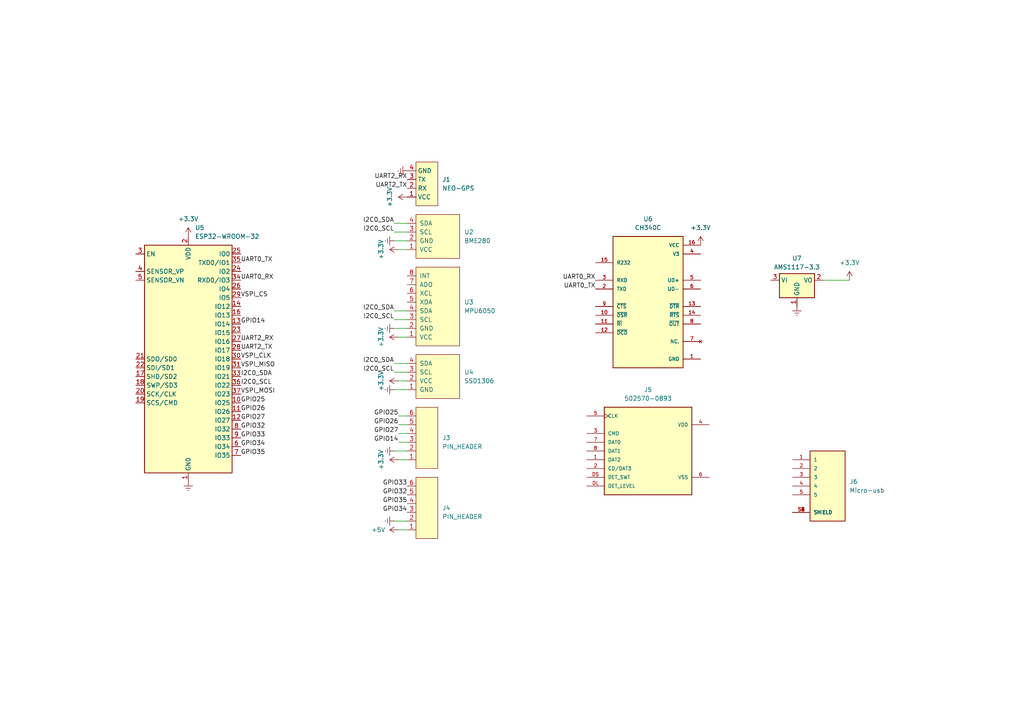
<source format=kicad_sch>
(kicad_sch (version 20230121) (generator eeschema)
  (paper "A4")
  (lib_symbols
    (symbol "New_Library:502570-0893" (pin_names (offset 1.016))
      (property "Reference" "J" (at -12.7238 13.4872 0))
      (property "Value" "502570-0893" (at -12.7135 -14.4934 0))
      (symbol "502570-0893_0_0"
        (rectangle (start -12.7 -12.7) (end 12.7 12.7) (stroke (width 0.254)) (fill (type background)))
        (pin bidirectional line (at -17.78 -2.54 0) (length 5.08) (name "DAT2") (number "1"))
        (pin bidirectional line (at -17.78 -5.08 0) (length 5.08) (name "CD/DAT3") (number "2"))
        (pin bidirectional line (at -17.78 5.08 0) (length 5.08) (name "CMD") (number "3"))
        (pin power_in line (at 17.78 7.62 180) (length 5.08) (name "VDD") (number "4"))
        (pin input clock (at -17.78 10.16 0) (length 5.08) (name "CLK") (number "5"))
        (pin power_in line (at 17.78 -7.62 180) (length 5.08) (name "VSS") (number "6"))
        (pin bidirectional line (at -17.78 2.54 0) (length 5.08) (name "DAT0") (number "7"))
        (pin bidirectional line (at -17.78 0 0) (length 5.08) (name "DAT1") (number "8"))
        (pin passive line (at -17.78 -10.16 0) (length 5.08) (name "DET_LEVEL") (number "DL"))
        (pin passive line (at -17.78 -7.62 0) (length 5.08) (name "DET_SWT") (number "DS"))
      )
    )
    (symbol "New_Library:BME280" (pin_names (offset 1.016))
      (property "Reference" "U" (at 0 -3.81 0))
      (property "Value" "BME280" (at 0 -1.27 0))
      (symbol "BME280_0_1"
        (rectangle (start -6.35 6.35) (end 6.35 -6.35) (fill (type background)))
      )
      (symbol "BME280_1_1"
        (pin input line (at -3.81 8.89 270) (length 2.54) (name "VCC") (number "1"))
        (pin input line (at -1.27 8.89 270) (length 2.54) (name "GND") (number "2"))
        (pin input line (at 1.27 8.89 270) (length 2.54) (name "SCL") (number "3"))
        (pin input line (at 3.81 8.89 270) (length 2.54) (name "SDA") (number "4"))
      )
    )
    (symbol "New_Library:CH340C" (pin_names (offset 1.016))
      (property "Reference" "U" (at -10.16 20.955 0))
      (property "Value" "CH340C" (at -10.16 -20.32 0))
      (symbol "CH340C_0_0"
        (rectangle (start -10.16 -17.78) (end 10.16 20.32) (stroke (width 0.254)) (fill (type background)))
        (pin power_in line (at 15.24 -15.24 180) (length 5.08) (name "GND") (number "1"))
        (pin input line (at -15.24 -2.54 0) (length 5.08) (name "~{DSR}") (number "10"))
        (pin input line (at -15.24 -5.08 0) (length 5.08) (name "~{RI}") (number "11"))
        (pin input line (at -15.24 -7.62 0) (length 5.08) (name "~{DCD}") (number "12"))
        (pin output line (at 15.24 0 180) (length 5.08) (name "~{DTR}") (number "13"))
        (pin output line (at 15.24 -2.54 180) (length 5.08) (name "~{RTS}") (number "14"))
        (pin input line (at -15.24 12.7 0) (length 5.08) (name "R232") (number "15"))
        (pin power_in line (at 15.24 17.78 180) (length 5.08) (name "VCC") (number "16"))
        (pin output line (at -15.24 5.08 0) (length 5.08) (name "TXD") (number "2"))
        (pin input line (at -15.24 7.62 0) (length 5.08) (name "RXD") (number "3"))
        (pin power_in line (at 15.24 15.24 180) (length 5.08) (name "V3") (number "4"))
        (pin bidirectional line (at 15.24 7.62 180) (length 5.08) (name "UD+") (number "5"))
        (pin bidirectional line (at 15.24 5.08 180) (length 5.08) (name "UD-") (number "6"))
        (pin no_connect line (at 15.24 -10.16 180) (length 5.08) (name "NC.") (number "7"))
        (pin output line (at 15.24 -5.08 180) (length 5.08) (name "~{OUT}") (number "8"))
        (pin input line (at -15.24 0 0) (length 5.08) (name "~{CTS}") (number "9"))
      )
    )
    (symbol "New_Library:MPU6050" (pin_names (offset 1.016))
      (property "Reference" "U" (at 5.08 -3.81 0))
      (property "Value" "MPU6050" (at 5.08 -1.27 0))
      (symbol "MPU6050_0_1"
        (rectangle (start -6.35 6.35) (end 16.51 -6.35) (fill (type background)))
      )
      (symbol "MPU6050_1_1"
        (pin input line (at -3.81 8.89 270) (length 2.54) (name "VCC") (number "1"))
        (pin input line (at -1.27 8.89 270) (length 2.54) (name "GND") (number "2"))
        (pin input line (at 1.27 8.89 270) (length 2.54) (name "SCL") (number "3"))
        (pin input line (at 3.81 8.89 270) (length 2.54) (name "SDA") (number "4"))
        (pin input line (at 6.35 8.89 270) (length 2.54) (name "XDA") (number "5"))
        (pin input line (at 8.89 8.89 270) (length 2.54) (name "XCL") (number "6"))
        (pin input line (at 11.43 8.89 270) (length 2.54) (name "ADO") (number "7"))
        (pin input line (at 13.97 8.89 270) (length 2.54) (name "INT") (number "8"))
      )
    )
    (symbol "New_Library:Micro-usb" (pin_names (offset 1.016))
      (property "Reference" "J" (at -5.08 10.668 0))
      (property "Value" "Micro-usb" (at -5.08 -12.7 0))
      (symbol "Micro-usb_0_0"
        (rectangle (start -5.08 -10.16) (end 5.08 10.16) (stroke (width 0.254)) (fill (type background)))
        (pin passive line (at -10.16 7.62 0) (length 5.08) (name "1") (number "1"))
        (pin passive line (at -10.16 5.08 0) (length 5.08) (name "2") (number "2"))
        (pin passive line (at -10.16 2.54 0) (length 5.08) (name "3") (number "3"))
        (pin passive line (at -10.16 0 0) (length 5.08) (name "4") (number "4"))
        (pin passive line (at -10.16 -2.54 0) (length 5.08) (name "5") (number "5"))
        (pin passive line (at -10.16 -7.62 0) (length 5.08) (name "SHIELD") (number "S1"))
        (pin passive line (at -10.16 -7.62 0) (length 5.08) (name "SHIELD") (number "S2"))
        (pin passive line (at -10.16 -7.62 0) (length 5.08) (name "SHIELD") (number "S3"))
        (pin passive line (at -10.16 -7.62 0) (length 5.08) (name "SHIELD") (number "S4"))
        (pin passive line (at -10.16 -7.62 0) (length 5.08) (name "SHIELD") (number "S5"))
        (pin passive line (at -10.16 -7.62 0) (length 5.08) (name "SHIELD") (number "S6"))
      )
    )
    (symbol "New_Library:NEO-GPS"
      (property "Reference" "U" (at -1.27 -1.27 0))
      (property "Value" "NEO-GPS" (at 10.16 -2.54 0))
      (symbol "NEO-GPS_0_1"
        (rectangle (start -7.62 3.81) (end 5.08 -2.54) (fill (type background)))
      )
      (symbol "NEO-GPS_1_1"
        (pin input line (at -5.08 6.35 270) (length 2.54) (name "VCC") (number "1"))
        (pin input line (at -2.54 6.35 270) (length 2.54) (name "RX") (number "2"))
        (pin input line (at 0 6.35 270) (length 2.54) (name "TX") (number "3"))
        (pin input line (at 2.54 6.35 270) (length 2.54) (name "GND") (number "4"))
      )
    )
    (symbol "New_Library:PIN_HEADER_1x6"
      (property "Reference" "J" (at 1.27 -1.27 0))
      (property "Value" "PIN_HEADER_1x6" (at 1.27 1.27 0))
      (symbol "PIN_HEADER_1x6_0_1"
        (rectangle (start -7.62 3.81) (end 10.16 -2.54) (fill (type background)))
      )
      (symbol "PIN_HEADER_1x6_1_1"
        (pin input line (at -5.08 6.35 270) (length 2.54) (name "") (number "1"))
        (pin input line (at -2.54 6.35 270) (length 2.54) (name "") (number "2"))
        (pin input line (at 0 6.35 270) (length 2.54) (name "") (number "3"))
        (pin input line (at 2.54 6.35 270) (length 2.54) (name "") (number "4"))
        (pin input line (at 5.08 6.35 270) (length 2.54) (name "") (number "5"))
        (pin input line (at 7.62 6.35 270) (length 2.54) (name "") (number "6"))
      )
    )
    (symbol "New_Library:SSD1306" (pin_names (offset 1.016))
      (property "Reference" "U" (at 0 -3.81 0))
      (property "Value" "SSD1306" (at 0 -1.27 0))
      (symbol "SSD1306_0_1"
        (rectangle (start -6.35 6.35) (end 6.35 -6.35) (fill (type background)))
      )
      (symbol "SSD1306_1_1"
        (pin input line (at -3.81 8.89 270) (length 2.54) (name "GND") (number "1"))
        (pin input line (at -1.27 8.89 270) (length 2.54) (name "VCC") (number "2"))
        (pin input line (at 1.27 8.89 270) (length 2.54) (name "SCL") (number "3"))
        (pin input line (at 3.81 8.89 270) (length 2.54) (name "SDA") (number "4"))
      )
    )
    (symbol "RF_Module:ESP32-WROOM-32"
      (property "Reference" "U" (at -12.7 34.29 0))
      (property "Value" "ESP32-WROOM-32" (at 1.27 34.29 0))
      (symbol "ESP32-WROOM-32_0_1"
        (rectangle (start -12.7 33.02) (end 12.7 -33.02) (stroke (width 0.254)) (fill (type background)))
      )
      (symbol "ESP32-WROOM-32_1_1"
        (pin power_in line (at 0 -35.56 90) (length 2.54) (name "GND") (number "1"))
        (pin bidirectional line (at 15.24 -12.7 180) (length 2.54) (name "IO25") (number "10"))
        (pin bidirectional line (at 15.24 -15.24 180) (length 2.54) (name "IO26") (number "11"))
        (pin bidirectional line (at 15.24 -17.78 180) (length 2.54) (name "IO27") (number "12"))
        (pin bidirectional line (at 15.24 10.16 180) (length 2.54) (name "IO14") (number "13"))
        (pin bidirectional line (at 15.24 15.24 180) (length 2.54) (name "IO12") (number "14"))
        (pin passive line (at 0 -35.56 90) (length 2.54) hide (name "GND") (number "15"))
        (pin bidirectional line (at 15.24 12.7 180) (length 2.54) (name "IO13") (number "16"))
        (pin bidirectional line (at -15.24 -5.08 0) (length 2.54) (name "SHD/SD2") (number "17"))
        (pin bidirectional line (at -15.24 -7.62 0) (length 2.54) (name "SWP/SD3") (number "18"))
        (pin bidirectional line (at -15.24 -12.7 0) (length 2.54) (name "SCS/CMD") (number "19"))
        (pin power_in line (at 0 35.56 270) (length 2.54) (name "VDD") (number "2"))
        (pin bidirectional line (at -15.24 -10.16 0) (length 2.54) (name "SCK/CLK") (number "20"))
        (pin bidirectional line (at -15.24 0 0) (length 2.54) (name "SDO/SD0") (number "21"))
        (pin bidirectional line (at -15.24 -2.54 0) (length 2.54) (name "SDI/SD1") (number "22"))
        (pin bidirectional line (at 15.24 7.62 180) (length 2.54) (name "IO15") (number "23"))
        (pin bidirectional line (at 15.24 25.4 180) (length 2.54) (name "IO2") (number "24"))
        (pin bidirectional line (at 15.24 30.48 180) (length 2.54) (name "IO0") (number "25"))
        (pin bidirectional line (at 15.24 20.32 180) (length 2.54) (name "IO4") (number "26"))
        (pin bidirectional line (at 15.24 5.08 180) (length 2.54) (name "IO16") (number "27"))
        (pin bidirectional line (at 15.24 2.54 180) (length 2.54) (name "IO17") (number "28"))
        (pin bidirectional line (at 15.24 17.78 180) (length 2.54) (name "IO5") (number "29"))
        (pin input line (at -15.24 30.48 0) (length 2.54) (name "EN") (number "3"))
        (pin bidirectional line (at 15.24 0 180) (length 2.54) (name "IO18") (number "30"))
        (pin bidirectional line (at 15.24 -2.54 180) (length 2.54) (name "IO19") (number "31"))
        (pin no_connect line (at -12.7 -27.94 0) (length 2.54) hide (name "NC") (number "32"))
        (pin bidirectional line (at 15.24 -5.08 180) (length 2.54) (name "IO21") (number "33"))
        (pin bidirectional line (at 15.24 22.86 180) (length 2.54) (name "RXD0/IO3") (number "34"))
        (pin bidirectional line (at 15.24 27.94 180) (length 2.54) (name "TXD0/IO1") (number "35"))
        (pin bidirectional line (at 15.24 -7.62 180) (length 2.54) (name "IO22") (number "36"))
        (pin bidirectional line (at 15.24 -10.16 180) (length 2.54) (name "IO23") (number "37"))
        (pin passive line (at 0 -35.56 90) (length 2.54) hide (name "GND") (number "38"))
        (pin passive line (at 0 -35.56 90) (length 2.54) hide (name "GND") (number "39"))
        (pin input line (at -15.24 25.4 0) (length 2.54) (name "SENSOR_VP") (number "4"))
        (pin input line (at -15.24 22.86 0) (length 2.54) (name "SENSOR_VN") (number "5"))
        (pin input line (at 15.24 -25.4 180) (length 2.54) (name "IO34") (number "6"))
        (pin input line (at 15.24 -27.94 180) (length 2.54) (name "IO35") (number "7"))
        (pin bidirectional line (at 15.24 -20.32 180) (length 2.54) (name "IO32") (number "8"))
        (pin bidirectional line (at 15.24 -22.86 180) (length 2.54) (name "IO33") (number "9"))
      )
    )
    (symbol "Regulator_Linear:AMS1117-3.3"
      (property "Reference" "U" (at -3.81 3.175 0))
      (property "Value" "AMS1117-3.3" (at 0 3.175 0))
      (symbol "AMS1117-3.3_0_1"
        (rectangle (start -5.08 -5.08) (end 5.08 1.905) (stroke (width 0.254)) (fill (type background)))
      )
      (symbol "AMS1117-3.3_1_1"
        (pin power_in line (at 0 -7.62 90) (length 2.54) (name "GND") (number "1"))
        (pin power_out line (at 7.62 0 180) (length 2.54) (name "VO") (number "2"))
        (pin power_in line (at -7.62 0 0) (length 2.54) (name "VI") (number "3"))
      )
    )
    (symbol "power:+3.3V" (power) (pin_names (offset 0))
      (property "Value" "+3.3V" (at 0 3.556 0))
      (symbol "+3.3V_0_1"
        (polyline (pts (xy -0.762 1.27) (xy 0 2.54)))
        (polyline (pts (xy 0 0) (xy 0 2.54)))
        (polyline (pts (xy 0 2.54) (xy 0.762 1.27)))
      )
      (symbol "+3.3V_1_1"
        (pin power_in line (at 0 0 90) (length 0) hide (name "+3.3V") (number "1"))
      )
    )
    (symbol "power:+5V" (power) (pin_names (offset 0))
      (property "Value" "+5V" (at 0 3.556 0))
      (symbol "+5V_0_1"
        (polyline (pts (xy -0.762 1.27) (xy 0 2.54)))
        (polyline (pts (xy 0 0) (xy 0 2.54)))
        (polyline (pts (xy 0 2.54) (xy 0.762 1.27)))
      )
      (symbol "+5V_1_1"
        (pin power_in line (at 0 0 90) (length 0) hide (name "+5V") (number "1"))
      )
    )
    (symbol "power:Earth" (power) (pin_names (offset 0))
      (symbol "Earth_0_1"
        (polyline (pts (xy -0.635 -1.905) (xy 0.635 -1.905)))
        (polyline (pts (xy -0.127 -2.54) (xy 0.127 -2.54)))
        (polyline (pts (xy 0 -1.27) (xy 0 0)))
        (polyline (pts (xy 1.27 -1.27) (xy -1.27 -1.27)))
      )
      (symbol "Earth_1_1"
        (pin power_in line (at 0 0 270) (length 0) hide (name "Earth") (number "1"))
      )
    )
  )
  (wire (pts (xy 115.57 153.67) (xy 118.11 153.67)))
  (wire (pts (xy 115.57 120.65) (xy 118.11 120.65)))
  (wire (pts (xy 114.3 130.81) (xy 118.11 130.81)))
  (wire (pts (xy 115.57 72.39) (xy 118.11 72.39)))
  (wire (pts (xy 118.11 67.31) (xy 114.3 67.31)))
  (wire (pts (xy 115.57 128.27) (xy 118.11 128.27)))
  (wire (pts (xy 114.3 113.03) (xy 118.11 113.03)))
  (wire (pts (xy 118.11 64.77) (xy 114.3 64.77)))
  (wire (pts (xy 118.11 107.95) (xy 114.3 107.95)))
  (wire (pts (xy 238.76 81.28) (xy 246.38 81.28)))
  (wire (pts (xy 118.11 90.17) (xy 114.3 90.17)))
  (wire (pts (xy 114.3 95.25) (xy 118.11 95.25)))
  (wire (pts (xy 118.11 105.41) (xy 114.3 105.41)))
  (wire (pts (xy 115.57 133.35) (xy 118.11 133.35)))
  (wire (pts (xy 115.57 97.79) (xy 118.11 97.79)))
  (wire (pts (xy 115.57 123.19) (xy 118.11 123.19)))
  (wire (pts (xy 115.57 110.49) (xy 118.11 110.49)))
  (wire (pts (xy 114.3 151.13) (xy 118.11 151.13)))
  (wire (pts (xy 115.57 125.73) (xy 118.11 125.73)))
  (wire (pts (xy 118.11 92.71) (xy 114.3 92.71)))
  (wire (pts (xy 114.3 69.85) (xy 118.11 69.85)))
  (label "I2C0_SCL" (at 114.3 67.31 180))
  (label "I2C0_SDA" (at 114.3 105.41 180))
  (label "UART2_TX" (at 69.85 101.6 0))
  (label "GPIO14" (at 115.57 128.27 180))
  (label "GPIO34" (at 118.11 148.59 180))
  (label "VSPI_MISO" (at 69.85 106.68 0))
  (label "UART0_TX" (at 69.85 76.2 0))
  (label "UART0_TX" (at 172.72 83.82 180))
  (label "GPIO32" (at 69.85 124.46 0))
  (label "UART0_RX" (at 172.72 81.28 180))
  (label "GPIO26" (at 115.57 123.19 180))
  (label "I2C0_SDA" (at 69.85 109.22 0))
  (label "I2C0_SCL" (at 69.85 111.76 0))
  (label "GPIO33" (at 69.85 127 0))
  (label "I2C0_SDA" (at 114.3 90.17 180))
  (label "VSPI_CLK" (at 69.85 104.14 0))
  (label "I2C0_SCL" (at 114.3 107.95 180))
  (label "GPIO27" (at 69.85 121.92 0))
  (label "GPIO35" (at 118.11 146.05 180))
  (label "VSPI_CS" (at 69.85 86.36 0))
  (label "GPIO27" (at 115.57 125.73 180))
  (label "GPIO25" (at 69.85 116.84 0))
  (label "GPIO26" (at 69.85 119.38 0))
  (label "UART2_TX" (at 118.11 54.61 180))
  (label "GPIO33" (at 118.11 140.97 180))
  (label "GPIO35" (at 69.85 132.08 0))
  (label "UART2_RX" (at 118.11 52.07 180))
  (label "GPIO14" (at 69.85 93.98 0))
  (label "GPIO32" (at 118.11 143.51 180))
  (label "UART0_RX" (at 69.85 81.28 0))
  (label "I2C0_SDA" (at 114.3 64.77 180))
  (label "GPIO34" (at 69.85 129.54 0))
  (label "VSPI_MOSI" (at 69.85 114.3 0))
  (label "I2C0_SCL" (at 114.3 92.71 180))
  (label "UART2_RX" (at 69.85 99.06 0))
  (label "GPIO25" (at 115.57 120.65 180))
  (symbol (lib_id "power:Earth") (at 54.61 139.7 0) (unit 1)
    (property "Reference" "#PWR018" (effects hide))
    (property "Value" "Earth" (effects hide))
  )
  (symbol (lib_id "New_Library:Micro-usb") (at 240.03 140.97 0) (unit 1)
    (property "Reference" "J6" (at 246.38 139.7 0) (effects (justify left)))
    (property "Value" "Micro-usb" (at 246.38 142.24 0) (effects (justify left)))
    (property "Footprint" "New_lib:AMPHENOL_10118194-0001LF" (effects hide))
    (property "PARTREV" "D" (effects hide))
    (property "STANDARD" "Manufacturer Recommendations" (effects hide))
    (property "MAXIMUM_PACKAGE_HEIGHT" "2.66 mm" (effects hide))
    (property "MANUFACTURER" "Amphenol ICC" (effects hide))
  )
  (symbol (lib_id "power:+3.3V") (at 54.61 68.58 0) (unit 1)
    (property "Reference" "#PWR019" (effects hide))
    (property "Value" "+3.3V" (at 54.61 63.5 0))
  )
  (symbol (lib_id "New_Library:MPU6050") (at 127 93.98 90) (unit 1)
    (property "Reference" "U3" (at 134.62 87.63 90) (effects (justify right)))
    (property "Value" "MPU6050" (at 134.62 90.17 90) (effects (justify right)))
    (property "Footprint" "New_lib:PinHeader_1x08_P2.54mm_Vertical" (effects hide))
  )
  (symbol (lib_id "New_Library:NEO-GPS") (at 124.46 52.07 90) (unit 1)
    (property "Reference" "J1" (at 128.27 52.07 90) (effects (justify right)))
    (property "Value" "NEO-GPS" (at 128.27 54.61 90) (effects (justify right)))
    (property "Footprint" "New_lib:NEO-GPS" (effects hide))
  )
  (symbol (lib_id "New_Library:BME280") (at 127 68.58 90) (unit 1)
    (property "Reference" "U2" (at 134.62 67.31 90) (effects (justify right)))
    (property "Value" "BME280" (at 134.62 69.85 90) (effects (justify right)))
    (property "Footprint" "New_lib:PinHeader_1x04_P2.54mm_Vertical" (effects hide))
  )
  (symbol (lib_id "Regulator_Linear:AMS1117-3.3") (at 231.14 81.28 0) (unit 1)
    (property "Reference" "U7" (at 231.14 74.93 0))
    (property "Value" "AMS1117-3.3" (at 231.14 77.47 0))
    (property "Footprint" "Package_TO_SOT_SMD:SOT-223-3_TabPin2" (effects hide))
    (property "Datasheet" "http://www.advanced-monolithic.com/pdf/ds1117.pdf" (effects hide))
  )
  (symbol (lib_id "power:+3.3V") (at 118.11 57.15 90) (unit 1)
    (property "Reference" "#PWR09" (effects hide))
    (property "Value" "+3.3V" (at 113.03 57.15 0))
  )
  (symbol (lib_id "power:+3.3V") (at 115.57 133.35 90) (unit 1)
    (property "Reference" "#PWR014" (effects hide))
    (property "Value" "+3.3V" (at 110.49 133.35 0))
  )
  (symbol (lib_id "power:+3.3V") (at 115.57 72.39 90) (unit 1)
    (property "Reference" "#PWR06" (effects hide))
    (property "Value" "+3.3V" (at 110.49 72.39 0))
  )
  (symbol (lib_id "power:Earth") (at 114.3 113.03 270) (unit 1)
    (property "Reference" "#PWR02" (effects hide))
    (property "Value" "Earth" (effects hide))
  )
  (symbol (lib_id "power:+3.3V") (at 203.2 71.12 0) (unit 1)
    (property "Reference" "#PWR04" (effects hide))
    (property "Value" "+3.3V" (at 203.2 66.04 0))
  )
  (symbol (lib_id "power:Earth") (at 231.14 88.9 0) (unit 1)
    (property "Reference" "#PWR017" (effects hide))
    (property "Value" "Earth" (effects hide))
  )
  (symbol (lib_id "New_Library:PIN_HEADER_1x6") (at 124.46 148.59 90) (unit 1)
    (property "Reference" "J4" (at 128.27 147.32 90) (effects (justify right)))
    (property "Value" "PIN_HEADER" (at 128.27 149.86 90) (effects (justify right)))
    (property "Footprint" "New_lib:PinHeader_1x06_P2.54mm_Vertical" (effects hide))
  )
  (symbol (lib_id "New_Library:PIN_HEADER_1x6") (at 124.46 128.27 90) (unit 1)
    (property "Reference" "J3" (at 128.27 127 90) (effects (justify right)))
    (property "Value" "PIN_HEADER" (at 128.27 129.54 90) (effects (justify right)))
    (property "Footprint" "New_lib:PinHeader_1x06_P2.54mm_Vertical" (effects hide))
  )
  (symbol (lib_id "New_Library:SSD1306") (at 127 109.22 90) (unit 1)
    (property "Reference" "U4" (at 134.62 107.95 90) (effects (justify right)))
    (property "Value" "SSD1306" (at 134.62 110.49 90) (effects (justify right)))
    (property "Footprint" "New_lib:128x64OLED" (effects hide))
  )
  (symbol (lib_id "New_Library:CH340C") (at 187.96 88.9 0) (unit 1)
    (property "Reference" "U6" (at 187.96 63.5 0))
    (property "Value" "CH340C" (at 187.96 66.04 0))
    (property "Footprint" "New_lib:SOIC127P600X180-16N" (effects hide))
    (property "PARTREV" "2G" (effects hide))
    (property "STANDARD" "IPC 7351B" (effects hide))
    (property "MAXIMUM_PACKAGE_HEIGHT" "1.8 mm" (effects hide))
    (property "MANUFACTURER" "WCH" (effects hide))
  )
  (symbol (lib_id "power:+3.3V") (at 115.57 97.79 90) (unit 1)
    (property "Reference" "#PWR07" (effects hide))
    (property "Value" "+3.3V" (at 110.49 97.79 0))
  )
  (symbol (lib_id "power:+5V") (at 115.57 153.67 90) (unit 1)
    (property "Reference" "#PWR016" (effects hide))
    (property "Value" "+5V" (at 111.76 153.67 90) (effects (justify left)))
  )
  (symbol (lib_id "New_Library:502570-0893") (at 187.96 130.81 0) (unit 1)
    (property "Reference" "J5" (at 187.96 113.03 0))
    (property "Value" "502570-0893" (at 187.96 115.57 0))
    (property "Footprint" "New_lib:MOLEX_502570-0893" (effects hide))
  )
  (symbol (lib_id "power:Earth") (at 118.11 49.53 270) (unit 1)
    (property "Reference" "#PWR010" (effects hide))
    (property "Value" "Earth" (effects hide))
  )
  (symbol (lib_id "power:+3.3V") (at 246.38 81.28 0) (unit 1)
    (property "Reference" "#PWR05" (effects hide))
    (property "Value" "+3.3V" (at 246.38 76.2 0))
  )
  (symbol (lib_id "power:Earth") (at 114.3 130.81 270) (unit 1)
    (property "Reference" "#PWR013" (effects hide))
    (property "Value" "Earth" (effects hide))
  )
  (symbol (lib_id "power:Earth") (at 114.3 95.25 270) (unit 1)
    (property "Reference" "#PWR01" (effects hide))
    (property "Value" "Earth" (effects hide))
  )
  (symbol (lib_id "RF_Module:ESP32-WROOM-32") (at 54.61 104.14 0) (unit 1)
    (property "Reference" "U5" (at 56.5659 66.04 0) (effects (justify left)))
    (property "Value" "ESP32-WROOM-32" (at 56.5659 68.58 0) (effects (justify left)))
    (property "Footprint" "RF_Module:ESP32-WROOM-32" (effects hide))
    (property "Datasheet" "https://www.espressif.com/sites/default/files/documentation/esp32-wroom-32_datasheet_en.pdf" (effects hide))
  )
  (symbol (lib_id "power:Earth") (at 114.3 151.13 270) (unit 1)
    (property "Reference" "#PWR015" (effects hide))
    (property "Value" "Earth" (effects hide))
  )
  (symbol (lib_id "power:Earth") (at 114.3 69.85 270) (unit 1)
    (property "Reference" "#PWR03" (effects hide))
    (property "Value" "Earth" (effects hide))
  )
  (symbol (lib_id "power:+3.3V") (at 115.57 110.49 90) (unit 1)
    (property "Reference" "#PWR08" (effects hide))
    (property "Value" "+3.3V" (at 110.49 110.49 0))
  )
)
</source>
